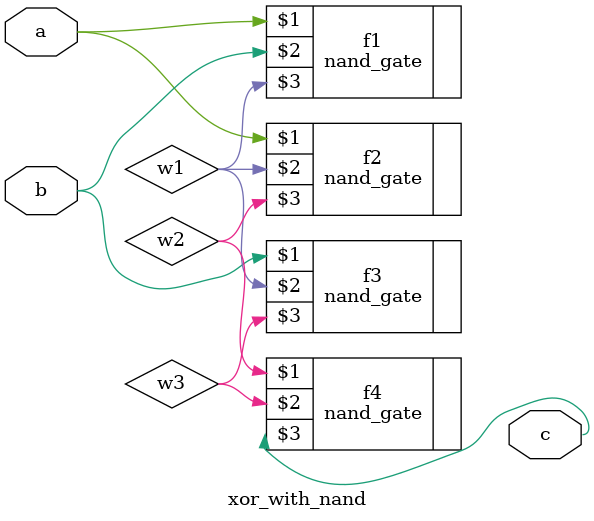
<source format=v>
`include "nand_gate.v"

module xor_with_nand(a,b,c);
    input a,b;
    output c;

    wire w1,w2,w3;

    nand_gate f1(a,b,w1);
    nand_gate f2(a,w1,w2);
    nand_gate f3(b,w1,w3);
    nand_gate f4(w2,w3,c);

endmodule

</source>
